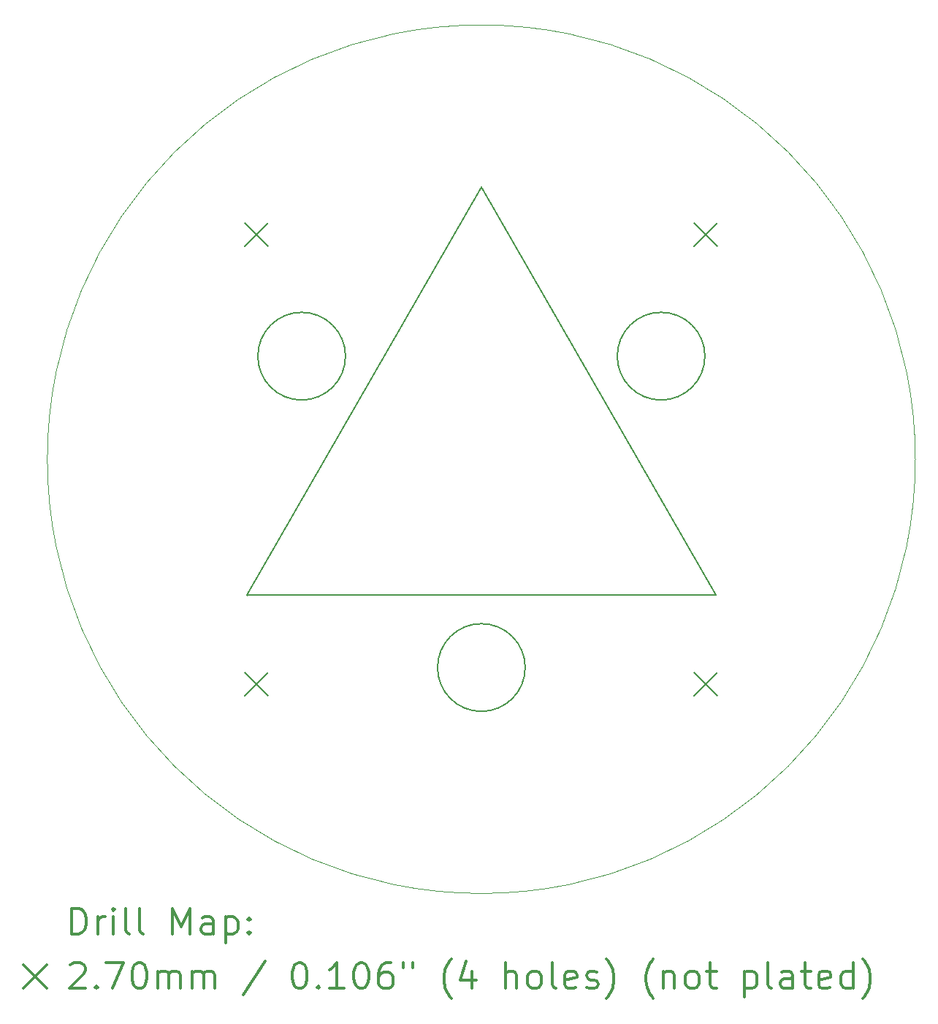
<source format=gbr>
%FSLAX45Y45*%
G04 Gerber Fmt 4.5, Leading zero omitted, Abs format (unit mm)*
G04 Created by KiCad (PCBNEW (5.1.5)-3) date 2020-06-18 20:37:26*
%MOMM*%
%LPD*%
G04 APERTURE LIST*
%TA.AperFunction,Profile*%
%ADD10C,0.100000*%
%TD*%
%TA.AperFunction,Profile*%
%ADD11C,0.150000*%
%TD*%
%ADD12C,0.200000*%
%ADD13C,0.300000*%
G04 APERTURE END LIST*
D10*
X7441295Y-11741763D02*
X7441295Y-11741763D01*
D11*
X12877800Y-11734800D02*
X10160000Y-7010400D01*
X7442200Y-11734800D02*
X12877800Y-11734800D01*
X10160000Y-7010400D02*
X7442200Y-11734800D01*
X8585200Y-8966200D02*
G75*
G03X8585200Y-8966200I-508000J0D01*
G01*
X12750800Y-8966200D02*
G75*
G03X12750800Y-8966200I-508000J0D01*
G01*
X10668000Y-12573000D02*
G75*
G03X10668000Y-12573000I-508000J0D01*
G01*
D10*
X15190000Y-10160000D02*
G75*
G03X15190000Y-10160000I-5030000J0D01*
G01*
D12*
X7421500Y-7421500D02*
X7691500Y-7691500D01*
X7691500Y-7421500D02*
X7421500Y-7691500D01*
X7421500Y-12628500D02*
X7691500Y-12898500D01*
X7691500Y-12628500D02*
X7421500Y-12898500D01*
X12628500Y-7421500D02*
X12898500Y-7691500D01*
X12898500Y-7421500D02*
X12628500Y-7691500D01*
X12628500Y-12628500D02*
X12898500Y-12898500D01*
X12898500Y-12628500D02*
X12628500Y-12898500D01*
D13*
X5411428Y-15660714D02*
X5411428Y-15360714D01*
X5482857Y-15360714D01*
X5525714Y-15375000D01*
X5554286Y-15403571D01*
X5568571Y-15432143D01*
X5582857Y-15489286D01*
X5582857Y-15532143D01*
X5568571Y-15589286D01*
X5554286Y-15617857D01*
X5525714Y-15646429D01*
X5482857Y-15660714D01*
X5411428Y-15660714D01*
X5711428Y-15660714D02*
X5711428Y-15460714D01*
X5711428Y-15517857D02*
X5725714Y-15489286D01*
X5740000Y-15475000D01*
X5768571Y-15460714D01*
X5797143Y-15460714D01*
X5897143Y-15660714D02*
X5897143Y-15460714D01*
X5897143Y-15360714D02*
X5882857Y-15375000D01*
X5897143Y-15389286D01*
X5911428Y-15375000D01*
X5897143Y-15360714D01*
X5897143Y-15389286D01*
X6082857Y-15660714D02*
X6054286Y-15646429D01*
X6040000Y-15617857D01*
X6040000Y-15360714D01*
X6240000Y-15660714D02*
X6211428Y-15646429D01*
X6197143Y-15617857D01*
X6197143Y-15360714D01*
X6582857Y-15660714D02*
X6582857Y-15360714D01*
X6682857Y-15575000D01*
X6782857Y-15360714D01*
X6782857Y-15660714D01*
X7054286Y-15660714D02*
X7054286Y-15503571D01*
X7040000Y-15475000D01*
X7011428Y-15460714D01*
X6954286Y-15460714D01*
X6925714Y-15475000D01*
X7054286Y-15646429D02*
X7025714Y-15660714D01*
X6954286Y-15660714D01*
X6925714Y-15646429D01*
X6911428Y-15617857D01*
X6911428Y-15589286D01*
X6925714Y-15560714D01*
X6954286Y-15546429D01*
X7025714Y-15546429D01*
X7054286Y-15532143D01*
X7197143Y-15460714D02*
X7197143Y-15760714D01*
X7197143Y-15475000D02*
X7225714Y-15460714D01*
X7282857Y-15460714D01*
X7311428Y-15475000D01*
X7325714Y-15489286D01*
X7340000Y-15517857D01*
X7340000Y-15603571D01*
X7325714Y-15632143D01*
X7311428Y-15646429D01*
X7282857Y-15660714D01*
X7225714Y-15660714D01*
X7197143Y-15646429D01*
X7468571Y-15632143D02*
X7482857Y-15646429D01*
X7468571Y-15660714D01*
X7454286Y-15646429D01*
X7468571Y-15632143D01*
X7468571Y-15660714D01*
X7468571Y-15475000D02*
X7482857Y-15489286D01*
X7468571Y-15503571D01*
X7454286Y-15489286D01*
X7468571Y-15475000D01*
X7468571Y-15503571D01*
X4855000Y-16020000D02*
X5125000Y-16290000D01*
X5125000Y-16020000D02*
X4855000Y-16290000D01*
X5397143Y-16019286D02*
X5411428Y-16005000D01*
X5440000Y-15990714D01*
X5511428Y-15990714D01*
X5540000Y-16005000D01*
X5554286Y-16019286D01*
X5568571Y-16047857D01*
X5568571Y-16076429D01*
X5554286Y-16119286D01*
X5382857Y-16290714D01*
X5568571Y-16290714D01*
X5697143Y-16262143D02*
X5711428Y-16276429D01*
X5697143Y-16290714D01*
X5682857Y-16276429D01*
X5697143Y-16262143D01*
X5697143Y-16290714D01*
X5811428Y-15990714D02*
X6011428Y-15990714D01*
X5882857Y-16290714D01*
X6182857Y-15990714D02*
X6211428Y-15990714D01*
X6240000Y-16005000D01*
X6254286Y-16019286D01*
X6268571Y-16047857D01*
X6282857Y-16105000D01*
X6282857Y-16176429D01*
X6268571Y-16233571D01*
X6254286Y-16262143D01*
X6240000Y-16276429D01*
X6211428Y-16290714D01*
X6182857Y-16290714D01*
X6154286Y-16276429D01*
X6140000Y-16262143D01*
X6125714Y-16233571D01*
X6111428Y-16176429D01*
X6111428Y-16105000D01*
X6125714Y-16047857D01*
X6140000Y-16019286D01*
X6154286Y-16005000D01*
X6182857Y-15990714D01*
X6411428Y-16290714D02*
X6411428Y-16090714D01*
X6411428Y-16119286D02*
X6425714Y-16105000D01*
X6454286Y-16090714D01*
X6497143Y-16090714D01*
X6525714Y-16105000D01*
X6540000Y-16133571D01*
X6540000Y-16290714D01*
X6540000Y-16133571D02*
X6554286Y-16105000D01*
X6582857Y-16090714D01*
X6625714Y-16090714D01*
X6654286Y-16105000D01*
X6668571Y-16133571D01*
X6668571Y-16290714D01*
X6811428Y-16290714D02*
X6811428Y-16090714D01*
X6811428Y-16119286D02*
X6825714Y-16105000D01*
X6854286Y-16090714D01*
X6897143Y-16090714D01*
X6925714Y-16105000D01*
X6940000Y-16133571D01*
X6940000Y-16290714D01*
X6940000Y-16133571D02*
X6954286Y-16105000D01*
X6982857Y-16090714D01*
X7025714Y-16090714D01*
X7054286Y-16105000D01*
X7068571Y-16133571D01*
X7068571Y-16290714D01*
X7654286Y-15976429D02*
X7397143Y-16362143D01*
X8040000Y-15990714D02*
X8068571Y-15990714D01*
X8097143Y-16005000D01*
X8111428Y-16019286D01*
X8125714Y-16047857D01*
X8140000Y-16105000D01*
X8140000Y-16176429D01*
X8125714Y-16233571D01*
X8111428Y-16262143D01*
X8097143Y-16276429D01*
X8068571Y-16290714D01*
X8040000Y-16290714D01*
X8011428Y-16276429D01*
X7997143Y-16262143D01*
X7982857Y-16233571D01*
X7968571Y-16176429D01*
X7968571Y-16105000D01*
X7982857Y-16047857D01*
X7997143Y-16019286D01*
X8011428Y-16005000D01*
X8040000Y-15990714D01*
X8268571Y-16262143D02*
X8282857Y-16276429D01*
X8268571Y-16290714D01*
X8254286Y-16276429D01*
X8268571Y-16262143D01*
X8268571Y-16290714D01*
X8568571Y-16290714D02*
X8397143Y-16290714D01*
X8482857Y-16290714D02*
X8482857Y-15990714D01*
X8454286Y-16033571D01*
X8425714Y-16062143D01*
X8397143Y-16076429D01*
X8754286Y-15990714D02*
X8782857Y-15990714D01*
X8811428Y-16005000D01*
X8825714Y-16019286D01*
X8840000Y-16047857D01*
X8854286Y-16105000D01*
X8854286Y-16176429D01*
X8840000Y-16233571D01*
X8825714Y-16262143D01*
X8811428Y-16276429D01*
X8782857Y-16290714D01*
X8754286Y-16290714D01*
X8725714Y-16276429D01*
X8711428Y-16262143D01*
X8697143Y-16233571D01*
X8682857Y-16176429D01*
X8682857Y-16105000D01*
X8697143Y-16047857D01*
X8711428Y-16019286D01*
X8725714Y-16005000D01*
X8754286Y-15990714D01*
X9111428Y-15990714D02*
X9054286Y-15990714D01*
X9025714Y-16005000D01*
X9011428Y-16019286D01*
X8982857Y-16062143D01*
X8968571Y-16119286D01*
X8968571Y-16233571D01*
X8982857Y-16262143D01*
X8997143Y-16276429D01*
X9025714Y-16290714D01*
X9082857Y-16290714D01*
X9111428Y-16276429D01*
X9125714Y-16262143D01*
X9140000Y-16233571D01*
X9140000Y-16162143D01*
X9125714Y-16133571D01*
X9111428Y-16119286D01*
X9082857Y-16105000D01*
X9025714Y-16105000D01*
X8997143Y-16119286D01*
X8982857Y-16133571D01*
X8968571Y-16162143D01*
X9254286Y-15990714D02*
X9254286Y-16047857D01*
X9368571Y-15990714D02*
X9368571Y-16047857D01*
X9811428Y-16405000D02*
X9797143Y-16390714D01*
X9768571Y-16347857D01*
X9754286Y-16319286D01*
X9740000Y-16276429D01*
X9725714Y-16205000D01*
X9725714Y-16147857D01*
X9740000Y-16076429D01*
X9754286Y-16033571D01*
X9768571Y-16005000D01*
X9797143Y-15962143D01*
X9811428Y-15947857D01*
X10054286Y-16090714D02*
X10054286Y-16290714D01*
X9982857Y-15976429D02*
X9911428Y-16190714D01*
X10097143Y-16190714D01*
X10440000Y-16290714D02*
X10440000Y-15990714D01*
X10568571Y-16290714D02*
X10568571Y-16133571D01*
X10554286Y-16105000D01*
X10525714Y-16090714D01*
X10482857Y-16090714D01*
X10454286Y-16105000D01*
X10440000Y-16119286D01*
X10754286Y-16290714D02*
X10725714Y-16276429D01*
X10711428Y-16262143D01*
X10697143Y-16233571D01*
X10697143Y-16147857D01*
X10711428Y-16119286D01*
X10725714Y-16105000D01*
X10754286Y-16090714D01*
X10797143Y-16090714D01*
X10825714Y-16105000D01*
X10840000Y-16119286D01*
X10854286Y-16147857D01*
X10854286Y-16233571D01*
X10840000Y-16262143D01*
X10825714Y-16276429D01*
X10797143Y-16290714D01*
X10754286Y-16290714D01*
X11025714Y-16290714D02*
X10997143Y-16276429D01*
X10982857Y-16247857D01*
X10982857Y-15990714D01*
X11254286Y-16276429D02*
X11225714Y-16290714D01*
X11168571Y-16290714D01*
X11140000Y-16276429D01*
X11125714Y-16247857D01*
X11125714Y-16133571D01*
X11140000Y-16105000D01*
X11168571Y-16090714D01*
X11225714Y-16090714D01*
X11254286Y-16105000D01*
X11268571Y-16133571D01*
X11268571Y-16162143D01*
X11125714Y-16190714D01*
X11382857Y-16276429D02*
X11411428Y-16290714D01*
X11468571Y-16290714D01*
X11497143Y-16276429D01*
X11511428Y-16247857D01*
X11511428Y-16233571D01*
X11497143Y-16205000D01*
X11468571Y-16190714D01*
X11425714Y-16190714D01*
X11397143Y-16176429D01*
X11382857Y-16147857D01*
X11382857Y-16133571D01*
X11397143Y-16105000D01*
X11425714Y-16090714D01*
X11468571Y-16090714D01*
X11497143Y-16105000D01*
X11611428Y-16405000D02*
X11625714Y-16390714D01*
X11654286Y-16347857D01*
X11668571Y-16319286D01*
X11682857Y-16276429D01*
X11697143Y-16205000D01*
X11697143Y-16147857D01*
X11682857Y-16076429D01*
X11668571Y-16033571D01*
X11654286Y-16005000D01*
X11625714Y-15962143D01*
X11611428Y-15947857D01*
X12154286Y-16405000D02*
X12140000Y-16390714D01*
X12111428Y-16347857D01*
X12097143Y-16319286D01*
X12082857Y-16276429D01*
X12068571Y-16205000D01*
X12068571Y-16147857D01*
X12082857Y-16076429D01*
X12097143Y-16033571D01*
X12111428Y-16005000D01*
X12140000Y-15962143D01*
X12154286Y-15947857D01*
X12268571Y-16090714D02*
X12268571Y-16290714D01*
X12268571Y-16119286D02*
X12282857Y-16105000D01*
X12311428Y-16090714D01*
X12354286Y-16090714D01*
X12382857Y-16105000D01*
X12397143Y-16133571D01*
X12397143Y-16290714D01*
X12582857Y-16290714D02*
X12554286Y-16276429D01*
X12540000Y-16262143D01*
X12525714Y-16233571D01*
X12525714Y-16147857D01*
X12540000Y-16119286D01*
X12554286Y-16105000D01*
X12582857Y-16090714D01*
X12625714Y-16090714D01*
X12654286Y-16105000D01*
X12668571Y-16119286D01*
X12682857Y-16147857D01*
X12682857Y-16233571D01*
X12668571Y-16262143D01*
X12654286Y-16276429D01*
X12625714Y-16290714D01*
X12582857Y-16290714D01*
X12768571Y-16090714D02*
X12882857Y-16090714D01*
X12811428Y-15990714D02*
X12811428Y-16247857D01*
X12825714Y-16276429D01*
X12854286Y-16290714D01*
X12882857Y-16290714D01*
X13211428Y-16090714D02*
X13211428Y-16390714D01*
X13211428Y-16105000D02*
X13240000Y-16090714D01*
X13297143Y-16090714D01*
X13325714Y-16105000D01*
X13340000Y-16119286D01*
X13354286Y-16147857D01*
X13354286Y-16233571D01*
X13340000Y-16262143D01*
X13325714Y-16276429D01*
X13297143Y-16290714D01*
X13240000Y-16290714D01*
X13211428Y-16276429D01*
X13525714Y-16290714D02*
X13497143Y-16276429D01*
X13482857Y-16247857D01*
X13482857Y-15990714D01*
X13768571Y-16290714D02*
X13768571Y-16133571D01*
X13754286Y-16105000D01*
X13725714Y-16090714D01*
X13668571Y-16090714D01*
X13640000Y-16105000D01*
X13768571Y-16276429D02*
X13740000Y-16290714D01*
X13668571Y-16290714D01*
X13640000Y-16276429D01*
X13625714Y-16247857D01*
X13625714Y-16219286D01*
X13640000Y-16190714D01*
X13668571Y-16176429D01*
X13740000Y-16176429D01*
X13768571Y-16162143D01*
X13868571Y-16090714D02*
X13982857Y-16090714D01*
X13911428Y-15990714D02*
X13911428Y-16247857D01*
X13925714Y-16276429D01*
X13954286Y-16290714D01*
X13982857Y-16290714D01*
X14197143Y-16276429D02*
X14168571Y-16290714D01*
X14111428Y-16290714D01*
X14082857Y-16276429D01*
X14068571Y-16247857D01*
X14068571Y-16133571D01*
X14082857Y-16105000D01*
X14111428Y-16090714D01*
X14168571Y-16090714D01*
X14197143Y-16105000D01*
X14211428Y-16133571D01*
X14211428Y-16162143D01*
X14068571Y-16190714D01*
X14468571Y-16290714D02*
X14468571Y-15990714D01*
X14468571Y-16276429D02*
X14440000Y-16290714D01*
X14382857Y-16290714D01*
X14354286Y-16276429D01*
X14340000Y-16262143D01*
X14325714Y-16233571D01*
X14325714Y-16147857D01*
X14340000Y-16119286D01*
X14354286Y-16105000D01*
X14382857Y-16090714D01*
X14440000Y-16090714D01*
X14468571Y-16105000D01*
X14582857Y-16405000D02*
X14597143Y-16390714D01*
X14625714Y-16347857D01*
X14640000Y-16319286D01*
X14654286Y-16276429D01*
X14668571Y-16205000D01*
X14668571Y-16147857D01*
X14654286Y-16076429D01*
X14640000Y-16033571D01*
X14625714Y-16005000D01*
X14597143Y-15962143D01*
X14582857Y-15947857D01*
M02*

</source>
